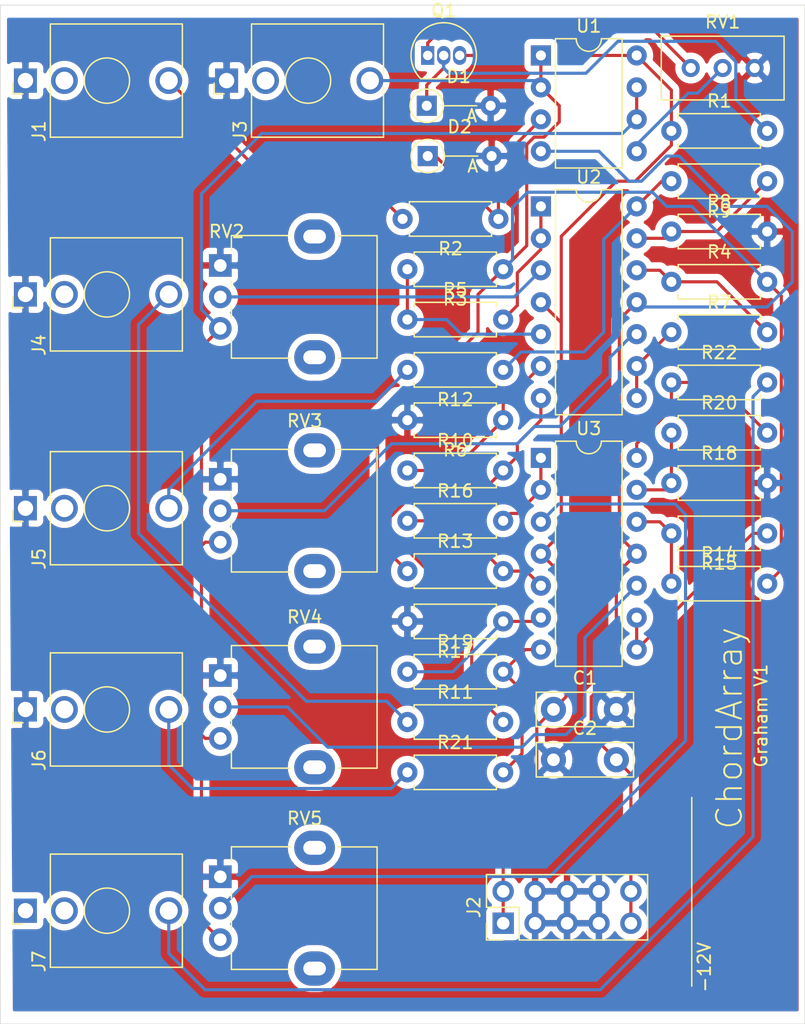
<source format=kicad_pcb>
(kicad_pcb (version 20171130) (host pcbnew 5.1.6-1.fc31)
  (layers (0 F.Cu signal) (31 B.Cu signal) (34 B.Paste user) (35 F.Paste user) (36 B.SilkS user) (37 F.SilkS user) (38 B.Mask user) (39 F.Mask user) (44 Edge.Cuts user))
  (net 0 "")
  (net 1 GND)
  (net 2 +12V)
  (net 3 -12V)
  (net 4 "Net-(D1-Pad1)")
  (net 5 "Net-(D2-Pad1)")
  (net 6 "Net-(J1-PadT)")
  (net 7 CV)
  (net 8 "Net-(J4-PadT)")
  (net 9 "Net-(J5-PadT)")
  (net 10 "Net-(J6-PadT)")
  (net 11 "Net-(J7-PadT)")
  (net 12 "Net-(J7-PadS)")
  (net 13 "Net-(Q1-Pad1)")
  (net 14 "Net-(R3-Pad2)")
  (net 15 "Net-(R4-Pad1)")
  (net 16 "Net-(R5-Pad2)")
  (net 17 "Net-(R10-Pad1)")
  (net 18 "Net-(R7-Pad1)")
  (net 19 "Net-(R8-Pad1)")
  (net 20 "Net-(R12-Pad1)")
  (net 21 "Net-(R10-Pad2)")
  (net 22 "Net-(R13-Pad2)")
  (net 23 "Net-(R14-Pad1)")
  (net 24 "Net-(R15-Pad1)")
  (net 25 "Net-(R16-Pad2)")
  (net 26 "Net-(R17-Pad1)")
  (net 27 "Net-(R18-Pad1)")
  (net 28 "Net-(R19-Pad2)")
  (net 29 "Net-(R20-Pad2)")
  (net 30 "Net-(RV1-Pad2)")
  (net 31 "Net-(RV2-Pad2)")
  (net 32 "Net-(RV3-Pad2)")
  (net 33 "Net-(RV4-Pad2)")
  (net 34 "Net-(RV5-Pad2)")
  (net 35 1V)
  (module Connector_PinHeader_2.54mm:PinHeader_2x05_P2.54mm_Vertical (layer F.Cu) (at 110 105 90)
    (fp_text reference J2 (at 1.27 -2.33 90) (layer F.SilkS))
    (fp_text value Conn_02x05_Odd_Even)
    (pad 10 thru_hole oval (at 2.54 10.16 90) (size 1.7 1.7) (drill 1) (layers *.Cu *.Mask) (net 3 -12V))
    (pad 9 thru_hole oval (at 0 10.16 90) (size 1.7 1.7) (drill 1) (layers *.Cu *.Mask) (net 3 -12V))
    (pad 8 thru_hole oval (at 2.54 7.62 90) (size 1.7 1.7) (drill 1) (layers *.Cu *.Mask) (net 1 GND))
    (pad 7 thru_hole oval (at 0 7.62 90) (size 1.7 1.7) (drill 1) (layers *.Cu *.Mask) (net 1 GND))
    (pad 6 thru_hole oval (at 2.54 5.08 90) (size 1.7 1.7) (drill 1) (layers *.Cu *.Mask) (net 1 GND))
    (pad 5 thru_hole oval (at 0 5.08 90) (size 1.7 1.7) (drill 1) (layers *.Cu *.Mask) (net 1 GND))
    (pad 4 thru_hole oval (at 2.54 2.54 90) (size 1.7 1.7) (drill 1) (layers *.Cu *.Mask) (net 1 GND))
    (pad 3 thru_hole oval (at 0 2.54 90) (size 1.7 1.7) (drill 1) (layers *.Cu *.Mask) (net 1 GND))
    (pad 2 thru_hole oval (at 2.54 0 90) (size 1.7 1.7) (drill 1) (layers *.Cu *.Mask) (net 2 +12V))
    (pad 1 thru_hole rect (at 0 0 90) (size 1.7 1.7) (drill 1) (layers *.Cu *.Mask) (net 2 +12V))
  )
  (module Capacitor_THT:C_Disc_D7.5mm_W2.5mm_P5.00mm (layer F.Cu) (at 114 92)
    (fp_text reference C2 (at 2.5 -2.5) (layer F.SilkS))
    (fp_text value 100n)
    (pad 2 thru_hole circle (at 5 0) (size 2 2) (drill 1) (layers *.Cu *.Mask) (net 3 -12V))
    (pad 1 thru_hole circle (at 0 0) (size 2 2) (drill 1) (layers *.Cu *.Mask) (net 1 GND))
  )
  (module Capacitor_THT:C_Disc_D7.5mm_W2.5mm_P5.00mm (layer F.Cu) (at 114 88)
    (fp_text reference C1 (at 2.5 -2.5) (layer F.SilkS))
    (fp_text value 100n)
    (pad 2 thru_hole circle (at 5 0) (size 2 2) (drill 1) (layers *.Cu *.Mask) (net 1 GND))
    (pad 1 thru_hole circle (at 0 0) (size 2 2) (drill 1) (layers *.Cu *.Mask) (net 2 +12V))
  )
  (module Potentiometer_THT:Potentiometer_Alpha_RD901F-40-00D_Single_Vertical (layer F.Cu) (at 87.5 101.3)
    (fp_text reference RV5 (at 6.71 -4.64 180) (layer F.SilkS))
    (fp_text value 100K)
    (pad "" thru_hole oval (at 7.5 -2.3 90) (size 2.72 3.24) (drill oval 1.1 1.8) (layers *.Cu *.Mask))
    (pad "" thru_hole oval (at 7.5 7.3 90) (size 2.72 3.24) (drill oval 1.1 1.8) (layers *.Cu *.Mask))
    (pad 3 thru_hole circle (at 0 5 90) (size 1.8 1.8) (drill 1) (layers *.Cu *.Mask) (net 35 1V))
    (pad 2 thru_hole circle (at 0 2.5 90) (size 1.8 1.8) (drill 1) (layers *.Cu *.Mask) (net 34 "Net-(RV5-Pad2)"))
    (pad 1 thru_hole rect (at 0 0 90) (size 1.8 1.8) (drill 1) (layers *.Cu *.Mask) (net 1 GND))
  )
  (module Potentiometer_THT:Potentiometer_Alpha_RD901F-40-00D_Single_Vertical (layer F.Cu) (at 87.5 85.3)
    (fp_text reference RV4 (at 6.71 -4.64 180) (layer F.SilkS))
    (fp_text value 100K)
    (pad "" thru_hole oval (at 7.5 -2.3 90) (size 2.72 3.24) (drill oval 1.1 1.8) (layers *.Cu *.Mask))
    (pad "" thru_hole oval (at 7.5 7.3 90) (size 2.72 3.24) (drill oval 1.1 1.8) (layers *.Cu *.Mask))
    (pad 3 thru_hole circle (at 0 5 90) (size 1.8 1.8) (drill 1) (layers *.Cu *.Mask) (net 35 1V))
    (pad 2 thru_hole circle (at 0 2.5 90) (size 1.8 1.8) (drill 1) (layers *.Cu *.Mask) (net 33 "Net-(RV4-Pad2)"))
    (pad 1 thru_hole rect (at 0 0 90) (size 1.8 1.8) (drill 1) (layers *.Cu *.Mask) (net 1 GND))
  )
  (module Potentiometer_THT:Potentiometer_Alpha_RD901F-40-00D_Single_Vertical (layer F.Cu) (at 87.5 69.7)
    (fp_text reference RV3 (at 6.71 -4.64 180) (layer F.SilkS))
    (fp_text value 100K)
    (pad "" thru_hole oval (at 7.5 -2.3 90) (size 2.72 3.24) (drill oval 1.1 1.8) (layers *.Cu *.Mask))
    (pad "" thru_hole oval (at 7.5 7.3 90) (size 2.72 3.24) (drill oval 1.1 1.8) (layers *.Cu *.Mask))
    (pad 3 thru_hole circle (at 0 5 90) (size 1.8 1.8) (drill 1) (layers *.Cu *.Mask) (net 35 1V))
    (pad 2 thru_hole circle (at 0 2.5 90) (size 1.8 1.8) (drill 1) (layers *.Cu *.Mask) (net 32 "Net-(RV3-Pad2)"))
    (pad 1 thru_hole rect (at 0 0 90) (size 1.8 1.8) (drill 1) (layers *.Cu *.Mask) (net 1 GND))
  )
  (module Potentiometer_THT:Potentiometer_Alpha_RD901F-40-00D_Single_Vertical (layer F.Cu) (at 87.5 52.7)
    (fp_text reference RV2 (at 0.5 -2.7 180) (layer F.SilkS))
    (fp_text value 100K)
    (pad "" thru_hole oval (at 7.5 -2.3 90) (size 2.72 3.24) (drill oval 1.1 1.8) (layers *.Cu *.Mask))
    (pad "" thru_hole oval (at 7.5 7.3 90) (size 2.72 3.24) (drill oval 1.1 1.8) (layers *.Cu *.Mask))
    (pad 3 thru_hole circle (at 0 5 90) (size 1.8 1.8) (drill 1) (layers *.Cu *.Mask) (net 35 1V))
    (pad 2 thru_hole circle (at 0 2.5 90) (size 1.8 1.8) (drill 1) (layers *.Cu *.Mask) (net 31 "Net-(RV2-Pad2)"))
    (pad 1 thru_hole rect (at 0 0 90) (size 1.8 1.8) (drill 1) (layers *.Cu *.Mask) (net 1 GND))
  )
  (module Potentiometer_THT:Potentiometer_Bourns_3296W_Vertical (layer F.Cu) (at 130 37)
    (fp_text reference RV1 (at -2.54 -3.66) (layer F.SilkS))
    (fp_text value 100K)
    (pad 3 thru_hole circle (at -5.08 0) (size 1.44 1.44) (drill 0.8) (layers *.Cu *.Mask) (net 13 "Net-(Q1-Pad1)"))
    (pad 2 thru_hole circle (at -2.54 0) (size 1.44 1.44) (drill 0.8) (layers *.Cu *.Mask) (net 30 "Net-(RV1-Pad2)"))
    (pad 1 thru_hole circle (at 0 0) (size 1.44 1.44) (drill 0.8) (layers *.Cu *.Mask) (net 1 GND))
  )
  (module Package_DIP:DIP-14_W7.62mm (layer F.Cu) (at 113 68)
    (fp_text reference U3 (at 3.81 -2.33) (layer F.SilkS))
    (fp_text value TL074)
    (pad 14 thru_hole oval (at 7.62 0) (size 1.6 1.6) (drill 0.8) (layers *.Cu *.Mask) (net 29 "Net-(R20-Pad2)"))
    (pad 7 thru_hole oval (at 0 15.24) (size 1.6 1.6) (drill 0.8) (layers *.Cu *.Mask) (net 28 "Net-(R19-Pad2)"))
    (pad 13 thru_hole oval (at 7.62 2.54) (size 1.6 1.6) (drill 0.8) (layers *.Cu *.Mask) (net 27 "Net-(R18-Pad1)"))
    (pad 6 thru_hole oval (at 0 12.7) (size 1.6 1.6) (drill 0.8) (layers *.Cu *.Mask) (net 26 "Net-(R17-Pad1)"))
    (pad 12 thru_hole oval (at 7.62 5.08) (size 1.6 1.6) (drill 0.8) (layers *.Cu *.Mask) (net 23 "Net-(R14-Pad1)"))
    (pad 5 thru_hole oval (at 0 10.16) (size 1.6 1.6) (drill 0.8) (layers *.Cu *.Mask) (net 22 "Net-(R13-Pad2)"))
    (pad 11 thru_hole oval (at 7.62 7.62) (size 1.6 1.6) (drill 0.8) (layers *.Cu *.Mask) (net 3 -12V))
    (pad 4 thru_hole oval (at 0 7.62) (size 1.6 1.6) (drill 0.8) (layers *.Cu *.Mask) (net 2 +12V))
    (pad 10 thru_hole oval (at 7.62 10.16) (size 1.6 1.6) (drill 0.8) (layers *.Cu *.Mask) (net 33 "Net-(RV4-Pad2)"))
    (pad 3 thru_hole oval (at 0 5.08) (size 1.6 1.6) (drill 0.8) (layers *.Cu *.Mask) (net 34 "Net-(RV5-Pad2)"))
    (pad 9 thru_hole oval (at 7.62 12.7) (size 1.6 1.6) (drill 0.8) (layers *.Cu *.Mask) (net 24 "Net-(R15-Pad1)"))
    (pad 2 thru_hole oval (at 0 2.54) (size 1.6 1.6) (drill 0.8) (layers *.Cu *.Mask) (net 25 "Net-(R16-Pad2)"))
    (pad 8 thru_hole oval (at 7.62 15.24) (size 1.6 1.6) (drill 0.8) (layers *.Cu *.Mask) (net 24 "Net-(R15-Pad1)"))
    (pad 1 thru_hole rect (at 0 0) (size 1.6 1.6) (drill 0.8) (layers *.Cu *.Mask) (net 25 "Net-(R16-Pad2)"))
  )
  (module Package_DIP:DIP-14_W7.62mm (layer F.Cu) (at 113 48)
    (fp_text reference U2 (at 3.81 -2.33) (layer F.SilkS))
    (fp_text value TL074)
    (pad 14 thru_hole oval (at 7.62 0) (size 1.6 1.6) (drill 0.8) (layers *.Cu *.Mask) (net 20 "Net-(R12-Pad1)"))
    (pad 7 thru_hole oval (at 0 15.24) (size 1.6 1.6) (drill 0.8) (layers *.Cu *.Mask) (net 21 "Net-(R10-Pad2)"))
    (pad 13 thru_hole oval (at 7.62 2.54) (size 1.6 1.6) (drill 0.8) (layers *.Cu *.Mask) (net 19 "Net-(R8-Pad1)"))
    (pad 6 thru_hole oval (at 0 12.7) (size 1.6 1.6) (drill 0.8) (layers *.Cu *.Mask) (net 17 "Net-(R10-Pad1)"))
    (pad 12 thru_hole oval (at 7.62 5.08) (size 1.6 1.6) (drill 0.8) (layers *.Cu *.Mask) (net 15 "Net-(R4-Pad1)"))
    (pad 5 thru_hole oval (at 0 10.16) (size 1.6 1.6) (drill 0.8) (layers *.Cu *.Mask) (net 14 "Net-(R3-Pad2)"))
    (pad 11 thru_hole oval (at 7.62 7.62) (size 1.6 1.6) (drill 0.8) (layers *.Cu *.Mask) (net 3 -12V))
    (pad 4 thru_hole oval (at 0 7.62) (size 1.6 1.6) (drill 0.8) (layers *.Cu *.Mask) (net 2 +12V))
    (pad 10 thru_hole oval (at 7.62 10.16) (size 1.6 1.6) (drill 0.8) (layers *.Cu *.Mask) (net 32 "Net-(RV3-Pad2)"))
    (pad 3 thru_hole oval (at 0 5.08) (size 1.6 1.6) (drill 0.8) (layers *.Cu *.Mask) (net 31 "Net-(RV2-Pad2)"))
    (pad 9 thru_hole oval (at 7.62 12.7) (size 1.6 1.6) (drill 0.8) (layers *.Cu *.Mask) (net 18 "Net-(R7-Pad1)"))
    (pad 2 thru_hole oval (at 0 2.54) (size 1.6 1.6) (drill 0.8) (layers *.Cu *.Mask) (net 16 "Net-(R5-Pad2)"))
    (pad 8 thru_hole oval (at 7.62 15.24) (size 1.6 1.6) (drill 0.8) (layers *.Cu *.Mask) (net 18 "Net-(R7-Pad1)"))
    (pad 1 thru_hole rect (at 0 0) (size 1.6 1.6) (drill 0.8) (layers *.Cu *.Mask) (net 16 "Net-(R5-Pad2)"))
  )
  (module Package_DIP:DIP-8_W7.62mm (layer F.Cu) (at 113 36)
    (fp_text reference U1 (at 3.81 -2.33) (layer F.SilkS))
    (fp_text value TL072)
    (pad 8 thru_hole oval (at 7.62 0) (size 1.6 1.6) (drill 0.8) (layers *.Cu *.Mask) (net 2 +12V))
    (pad 4 thru_hole oval (at 0 7.62) (size 1.6 1.6) (drill 0.8) (layers *.Cu *.Mask) (net 3 -12V))
    (pad 7 thru_hole oval (at 7.62 2.54) (size 1.6 1.6) (drill 0.8) (layers *.Cu *.Mask) (net 35 1V))
    (pad 3 thru_hole oval (at 0 5.08) (size 1.6 1.6) (drill 0.8) (layers *.Cu *.Mask) (net 5 "Net-(D2-Pad1)"))
    (pad 6 thru_hole oval (at 7.62 5.08) (size 1.6 1.6) (drill 0.8) (layers *.Cu *.Mask) (net 35 1V))
    (pad 2 thru_hole oval (at 0 2.54) (size 1.6 1.6) (drill 0.8) (layers *.Cu *.Mask) (net 7 CV))
    (pad 5 thru_hole oval (at 7.62 7.62) (size 1.6 1.6) (drill 0.8) (layers *.Cu *.Mask) (net 30 "Net-(RV1-Pad2)"))
    (pad 1 thru_hole rect (at 0 0) (size 1.6 1.6) (drill 0.8) (layers *.Cu *.Mask) (net 7 CV))
  )
  (module Resistor_THT:R_Axial_DIN0207_L6.3mm_D2.5mm_P7.62mm_Horizontal (layer F.Cu) (at 123.38 62)
    (fp_text reference R22 (at 3.81 -2.37) (layer F.SilkS))
    (fp_text value 1K)
    (pad 2 thru_hole oval (at 7.62 0) (size 1.6 1.6) (drill 0.8) (layers *.Cu *.Mask) (net 11 "Net-(J7-PadT)"))
    (pad 1 thru_hole circle (at 0 0) (size 1.6 1.6) (drill 0.8) (layers *.Cu *.Mask) (net 29 "Net-(R20-Pad2)"))
  )
  (module Resistor_THT:R_Axial_DIN0207_L6.3mm_D2.5mm_P7.62mm_Horizontal (layer F.Cu) (at 102.38 93)
    (fp_text reference R21 (at 3.81 -2.37) (layer F.SilkS))
    (fp_text value 1K)
    (pad 2 thru_hole oval (at 7.62 0) (size 1.6 1.6) (drill 0.8) (layers *.Cu *.Mask) (net 28 "Net-(R19-Pad2)"))
    (pad 1 thru_hole circle (at 0 0) (size 1.6 1.6) (drill 0.8) (layers *.Cu *.Mask) (net 10 "Net-(J6-PadT)"))
  )
  (module Resistor_THT:R_Axial_DIN0207_L6.3mm_D2.5mm_P7.62mm_Horizontal (layer F.Cu) (at 123.38 66)
    (fp_text reference R20 (at 3.81 -2.37) (layer F.SilkS))
    (fp_text value 100K)
    (pad 2 thru_hole oval (at 7.62 0) (size 1.6 1.6) (drill 0.8) (layers *.Cu *.Mask) (net 29 "Net-(R20-Pad2)"))
    (pad 1 thru_hole circle (at 0 0) (size 1.6 1.6) (drill 0.8) (layers *.Cu *.Mask) (net 27 "Net-(R18-Pad1)"))
  )
  (module Resistor_THT:R_Axial_DIN0207_L6.3mm_D2.5mm_P7.62mm_Horizontal (layer F.Cu) (at 102.38 85)
    (fp_text reference R19 (at 3.81 -2.37) (layer F.SilkS))
    (fp_text value 100K)
    (pad 2 thru_hole oval (at 7.62 0) (size 1.6 1.6) (drill 0.8) (layers *.Cu *.Mask) (net 28 "Net-(R19-Pad2)"))
    (pad 1 thru_hole circle (at 0 0) (size 1.6 1.6) (drill 0.8) (layers *.Cu *.Mask) (net 26 "Net-(R17-Pad1)"))
  )
  (module Resistor_THT:R_Axial_DIN0207_L6.3mm_D2.5mm_P7.62mm_Horizontal (layer F.Cu) (at 123.38 70)
    (fp_text reference R18 (at 3.81 -2.37) (layer F.SilkS))
    (fp_text value 100K)
    (pad 2 thru_hole oval (at 7.62 0) (size 1.6 1.6) (drill 0.8) (layers *.Cu *.Mask) (net 1 GND))
    (pad 1 thru_hole circle (at 0 0) (size 1.6 1.6) (drill 0.8) (layers *.Cu *.Mask) (net 27 "Net-(R18-Pad1)"))
  )
  (module Resistor_THT:R_Axial_DIN0207_L6.3mm_D2.5mm_P7.62mm_Horizontal (layer F.Cu) (at 110 81 180)
    (fp_text reference R17 (at 3.81 -2.37) (layer F.SilkS))
    (fp_text value 100K)
    (pad 2 thru_hole oval (at 7.62 0 180) (size 1.6 1.6) (drill 0.8) (layers *.Cu *.Mask) (net 1 GND))
    (pad 1 thru_hole circle (at 0 0 180) (size 1.6 1.6) (drill 0.8) (layers *.Cu *.Mask) (net 26 "Net-(R17-Pad1)"))
  )
  (module Resistor_THT:R_Axial_DIN0207_L6.3mm_D2.5mm_P7.62mm_Horizontal (layer F.Cu) (at 102.38 73)
    (fp_text reference R16 (at 3.81 -2.37) (layer F.SilkS))
    (fp_text value 100K)
    (pad 2 thru_hole oval (at 7.62 0) (size 1.6 1.6) (drill 0.8) (layers *.Cu *.Mask) (net 25 "Net-(R16-Pad2)"))
    (pad 1 thru_hole circle (at 0 0) (size 1.6 1.6) (drill 0.8) (layers *.Cu *.Mask) (net 22 "Net-(R13-Pad2)"))
  )
  (module Resistor_THT:R_Axial_DIN0207_L6.3mm_D2.5mm_P7.62mm_Horizontal (layer F.Cu) (at 131 74 180)
    (fp_text reference R15 (at 3.81 -2.37) (layer F.SilkS))
    (fp_text value 100K)
    (pad 2 thru_hole oval (at 7.62 0 180) (size 1.6 1.6) (drill 0.8) (layers *.Cu *.Mask) (net 23 "Net-(R14-Pad1)"))
    (pad 1 thru_hole circle (at 0 0 180) (size 1.6 1.6) (drill 0.8) (layers *.Cu *.Mask) (net 24 "Net-(R15-Pad1)"))
  )
  (module Resistor_THT:R_Axial_DIN0207_L6.3mm_D2.5mm_P7.62mm_Horizontal (layer F.Cu) (at 123.38 78)
    (fp_text reference R14 (at 3.81 -2.37) (layer F.SilkS))
    (fp_text value 100K)
    (pad 2 thru_hole oval (at 7.62 0) (size 1.6 1.6) (drill 0.8) (layers *.Cu *.Mask) (net 7 CV))
    (pad 1 thru_hole circle (at 0 0) (size 1.6 1.6) (drill 0.8) (layers *.Cu *.Mask) (net 23 "Net-(R14-Pad1)"))
  )
  (module Resistor_THT:R_Axial_DIN0207_L6.3mm_D2.5mm_P7.62mm_Horizontal (layer F.Cu) (at 102.38 77)
    (fp_text reference R13 (at 3.81 -2.37) (layer F.SilkS))
    (fp_text value 100K)
    (pad 2 thru_hole oval (at 7.62 0) (size 1.6 1.6) (drill 0.8) (layers *.Cu *.Mask) (net 22 "Net-(R13-Pad2)"))
    (pad 1 thru_hole circle (at 0 0) (size 1.6 1.6) (drill 0.8) (layers *.Cu *.Mask) (net 7 CV))
  )
  (module Resistor_THT:R_Axial_DIN0207_L6.3mm_D2.5mm_P7.62mm_Horizontal (layer F.Cu) (at 110 61 180)
    (fp_text reference R12 (at 3.81 -2.37) (layer F.SilkS))
    (fp_text value 1K)
    (pad 2 thru_hole oval (at 7.62 0 180) (size 1.6 1.6) (drill 0.8) (layers *.Cu *.Mask) (net 9 "Net-(J5-PadT)"))
    (pad 1 thru_hole circle (at 0 0 180) (size 1.6 1.6) (drill 0.8) (layers *.Cu *.Mask) (net 20 "Net-(R12-Pad1)"))
  )
  (module Resistor_THT:R_Axial_DIN0207_L6.3mm_D2.5mm_P7.62mm_Horizontal (layer F.Cu) (at 102.38 89)
    (fp_text reference R11 (at 3.81 -2.37) (layer F.SilkS))
    (fp_text value 1K)
    (pad 2 thru_hole oval (at 7.62 0) (size 1.6 1.6) (drill 0.8) (layers *.Cu *.Mask) (net 21 "Net-(R10-Pad2)"))
    (pad 1 thru_hole circle (at 0 0) (size 1.6 1.6) (drill 0.8) (layers *.Cu *.Mask) (net 8 "Net-(J4-PadT)"))
  )
  (module Resistor_THT:R_Axial_DIN0207_L6.3mm_D2.5mm_P7.62mm_Horizontal (layer F.Cu) (at 102.38 69)
    (fp_text reference R10 (at 3.81 -2.37) (layer F.SilkS))
    (fp_text value 100K)
    (pad 2 thru_hole oval (at 7.62 0) (size 1.6 1.6) (drill 0.8) (layers *.Cu *.Mask) (net 21 "Net-(R10-Pad2)"))
    (pad 1 thru_hole circle (at 0 0) (size 1.6 1.6) (drill 0.8) (layers *.Cu *.Mask) (net 17 "Net-(R10-Pad1)"))
  )
  (module Resistor_THT:R_Axial_DIN0207_L6.3mm_D2.5mm_P7.62mm_Horizontal (layer F.Cu) (at 131 46 180)
    (fp_text reference R9 (at 3.81 -2.37) (layer F.SilkS))
    (fp_text value 100K)
    (pad 2 thru_hole oval (at 7.62 0 180) (size 1.6 1.6) (drill 0.8) (layers *.Cu *.Mask) (net 20 "Net-(R12-Pad1)"))
    (pad 1 thru_hole circle (at 0 0 180) (size 1.6 1.6) (drill 0.8) (layers *.Cu *.Mask) (net 19 "Net-(R8-Pad1)"))
  )
  (module Resistor_THT:R_Axial_DIN0207_L6.3mm_D2.5mm_P7.62mm_Horizontal (layer F.Cu) (at 123.38 50)
    (fp_text reference R8 (at 3.81 -2.37) (layer F.SilkS))
    (fp_text value 100K)
    (pad 2 thru_hole oval (at 7.62 0) (size 1.6 1.6) (drill 0.8) (layers *.Cu *.Mask) (net 1 GND))
    (pad 1 thru_hole circle (at 0 0) (size 1.6 1.6) (drill 0.8) (layers *.Cu *.Mask) (net 19 "Net-(R8-Pad1)"))
  )
  (module Resistor_THT:R_Axial_DIN0207_L6.3mm_D2.5mm_P7.62mm_Horizontal (layer F.Cu) (at 123.38 58)
    (fp_text reference R7 (at 3.81 -2.37) (layer F.SilkS))
    (fp_text value 100K)
    (pad 2 thru_hole oval (at 7.62 0) (size 1.6 1.6) (drill 0.8) (layers *.Cu *.Mask) (net 15 "Net-(R4-Pad1)"))
    (pad 1 thru_hole circle (at 0 0) (size 1.6 1.6) (drill 0.8) (layers *.Cu *.Mask) (net 18 "Net-(R7-Pad1)"))
  )
  (module Resistor_THT:R_Axial_DIN0207_L6.3mm_D2.5mm_P7.62mm_Horizontal (layer F.Cu) (at 110 65 180)
    (fp_text reference R6 (at 3.81 -2.37) (layer F.SilkS))
    (fp_text value 100K)
    (pad 2 thru_hole oval (at 7.62 0 180) (size 1.6 1.6) (drill 0.8) (layers *.Cu *.Mask) (net 1 GND))
    (pad 1 thru_hole circle (at 0 0 180) (size 1.6 1.6) (drill 0.8) (layers *.Cu *.Mask) (net 17 "Net-(R10-Pad1)"))
  )
  (module Resistor_THT:R_Axial_DIN0207_L6.3mm_D2.5mm_P7.62mm_Horizontal (layer F.Cu) (at 102.38 57)
    (fp_text reference R5 (at 3.81 -2.37) (layer F.SilkS))
    (fp_text value 100K)
    (pad 2 thru_hole oval (at 7.62 0) (size 1.6 1.6) (drill 0.8) (layers *.Cu *.Mask) (net 16 "Net-(R5-Pad2)"))
    (pad 1 thru_hole circle (at 0 0) (size 1.6 1.6) (drill 0.8) (layers *.Cu *.Mask) (net 14 "Net-(R3-Pad2)"))
  )
  (module Resistor_THT:R_Axial_DIN0207_L6.3mm_D2.5mm_P7.62mm_Horizontal (layer F.Cu) (at 123.38 54)
    (fp_text reference R4 (at 3.81 -2.37) (layer F.SilkS))
    (fp_text value 100K)
    (pad 2 thru_hole oval (at 7.62 0) (size 1.6 1.6) (drill 0.8) (layers *.Cu *.Mask) (net 7 CV))
    (pad 1 thru_hole circle (at 0 0) (size 1.6 1.6) (drill 0.8) (layers *.Cu *.Mask) (net 15 "Net-(R4-Pad1)"))
  )
  (module Resistor_THT:R_Axial_DIN0207_L6.3mm_D2.5mm_P7.62mm_Horizontal (layer F.Cu) (at 110 53 180)
    (fp_text reference R3 (at 3.81 -2.37) (layer F.SilkS))
    (fp_text value 100K)
    (pad 2 thru_hole oval (at 7.62 0 180) (size 1.6 1.6) (drill 0.8) (layers *.Cu *.Mask) (net 14 "Net-(R3-Pad2)"))
    (pad 1 thru_hole circle (at 0 0 180) (size 1.6 1.6) (drill 0.8) (layers *.Cu *.Mask) (net 7 CV))
  )
  (module Resistor_THT:R_Axial_DIN0207_L6.3mm_D2.5mm_P7.62mm_Horizontal (layer F.Cu) (at 109.62 49 180)
    (fp_text reference R2 (at 3.81 -2.37) (layer F.SilkS))
    (fp_text value 10K)
    (pad 2 thru_hole oval (at 7.62 0 180) (size 1.6 1.6) (drill 0.8) (layers *.Cu *.Mask) (net 6 "Net-(J1-PadT)"))
    (pad 1 thru_hole circle (at 0 0 180) (size 1.6 1.6) (drill 0.8) (layers *.Cu *.Mask) (net 5 "Net-(D2-Pad1)"))
  )
  (module Resistor_THT:R_Axial_DIN0207_L6.3mm_D2.5mm_P7.62mm_Horizontal (layer F.Cu) (at 123.38 42)
    (fp_text reference R1 (at 3.81 -2.37) (layer F.SilkS))
    (fp_text value 10K)
    (pad 2 thru_hole oval (at 7.62 0) (size 1.6 1.6) (drill 0.8) (layers *.Cu *.Mask) (net 4 "Net-(D1-Pad1)"))
    (pad 1 thru_hole circle (at 0 0) (size 1.6 1.6) (drill 0.8) (layers *.Cu *.Mask) (net 2 +12V))
  )
  (module Package_TO_SOT_THT:TO-92_Inline (layer F.Cu) (at 104 36)
    (fp_text reference Q1 (at 1.27 -3.56) (layer F.SilkS))
    (fp_text value 2N3904)
    (pad 1 thru_hole rect (at 0 0) (size 1.05 1.5) (drill 0.75) (layers *.Cu *.Mask) (net 13 "Net-(Q1-Pad1)"))
    (pad 3 thru_hole oval (at 2.54 0) (size 1.05 1.5) (drill 0.75) (layers *.Cu *.Mask) (net 2 +12V))
    (pad 2 thru_hole oval (at 1.27 0) (size 1.05 1.5) (drill 0.75) (layers *.Cu *.Mask) (net 4 "Net-(D1-Pad1)"))
  )
  (module Connector_Audio:Jack_3.5mm_QingPu_WQP-PJ398SM_Vertical_CircularHoles (layer F.Cu) (at 72 104 90)
    (fp_text reference J7 (at -4.03 1.08 270) (layer F.SilkS))
    (fp_text value OFFSET4)
    (pad T thru_hole circle (at 0 11.4 270) (size 2.13 2.13) (drill 1.43) (layers *.Cu *.Mask) (net 11 "Net-(J7-PadT)"))
    (pad S thru_hole rect (at 0 0 270) (size 1.93 1.83) (drill 1.22) (layers *.Cu *.Mask) (net 12 "Net-(J7-PadS)"))
    (pad TN thru_hole circle (at 0 3.1 270) (size 2.13 2.13) (drill 1.42) (layers *.Cu *.Mask))
  )
  (module Connector_Audio:Jack_3.5mm_QingPu_WQP-PJ398SM_Vertical_CircularHoles (layer F.Cu) (at 72 88 90)
    (fp_text reference J6 (at -4.03 1.08 270) (layer F.SilkS))
    (fp_text value OFFSET3)
    (pad T thru_hole circle (at 0 11.4 270) (size 2.13 2.13) (drill 1.43) (layers *.Cu *.Mask) (net 10 "Net-(J6-PadT)"))
    (pad S thru_hole rect (at 0 0 270) (size 1.93 1.83) (drill 1.22) (layers *.Cu *.Mask) (net 1 GND))
    (pad TN thru_hole circle (at 0 3.1 270) (size 2.13 2.13) (drill 1.42) (layers *.Cu *.Mask))
  )
  (module Connector_Audio:Jack_3.5mm_QingPu_WQP-PJ398SM_Vertical_CircularHoles (layer F.Cu) (at 72 72 90)
    (fp_text reference J5 (at -4.03 1.08 270) (layer F.SilkS))
    (fp_text value OFFSET2)
    (pad T thru_hole circle (at 0 11.4 270) (size 2.13 2.13) (drill 1.43) (layers *.Cu *.Mask) (net 9 "Net-(J5-PadT)"))
    (pad S thru_hole rect (at 0 0 270) (size 1.93 1.83) (drill 1.22) (layers *.Cu *.Mask) (net 1 GND))
    (pad TN thru_hole circle (at 0 3.1 270) (size 2.13 2.13) (drill 1.42) (layers *.Cu *.Mask))
  )
  (module Connector_Audio:Jack_3.5mm_QingPu_WQP-PJ398SM_Vertical_CircularHoles (layer F.Cu) (at 72 55 90)
    (fp_text reference J4 (at -4.03 1.08 270) (layer F.SilkS))
    (fp_text value OFFSET1)
    (pad T thru_hole circle (at 0 11.4 270) (size 2.13 2.13) (drill 1.43) (layers *.Cu *.Mask) (net 8 "Net-(J4-PadT)"))
    (pad S thru_hole rect (at 0 0 270) (size 1.93 1.83) (drill 1.22) (layers *.Cu *.Mask) (net 1 GND))
    (pad TN thru_hole circle (at 0 3.1 270) (size 2.13 2.13) (drill 1.42) (layers *.Cu *.Mask))
  )
  (module Connector_Audio:Jack_3.5mm_QingPu_WQP-PJ398SM_Vertical_CircularHoles (layer F.Cu) (at 88 38 90)
    (fp_text reference J3 (at -4.03 1.08 270) (layer F.SilkS))
    (fp_text value BUFFERED_OUT)
    (pad T thru_hole circle (at 0 11.4 270) (size 2.13 2.13) (drill 1.43) (layers *.Cu *.Mask) (net 7 CV))
    (pad S thru_hole rect (at 0 0 270) (size 1.93 1.83) (drill 1.22) (layers *.Cu *.Mask) (net 1 GND))
    (pad TN thru_hole circle (at 0 3.1 270) (size 2.13 2.13) (drill 1.42) (layers *.Cu *.Mask))
  )
  (module Connector_Audio:Jack_3.5mm_QingPu_WQP-PJ398SM_Vertical_CircularHoles (layer F.Cu) (at 72 38 90)
    (fp_text reference J1 (at -4.03 1.08 270) (layer F.SilkS))
    (fp_text value CV_IN)
    (pad T thru_hole circle (at 0 11.4 270) (size 2.13 2.13) (drill 1.43) (layers *.Cu *.Mask) (net 6 "Net-(J1-PadT)"))
    (pad S thru_hole rect (at 0 0 270) (size 1.93 1.83) (drill 1.22) (layers *.Cu *.Mask) (net 1 GND))
    (pad TN thru_hole circle (at 0 3.1 270) (size 2.13 2.13) (drill 1.42) (layers *.Cu *.Mask))
  )
  (module Diode_THT:D_DO-35_SOD27_P5.08mm_Vertical_AnodeUp (layer F.Cu) (at 104 44)
    (fp_text reference D2 (at 2.54 -2.326371) (layer F.SilkS))
    (fp_text value 1n5233B)
    (fp_text user A (at 3.58 0.8) (layer F.SilkS))
    (pad 2 thru_hole oval (at 5.08 0) (size 1.6 1.6) (drill 0.8) (layers *.Cu *.Mask) (net 1 GND))
    (pad 1 thru_hole rect (at 0 0) (size 1.6 1.6) (drill 0.8) (layers *.Cu *.Mask) (net 5 "Net-(D2-Pad1)"))
  )
  (module Diode_THT:D_DO-35_SOD27_P5.08mm_Vertical_AnodeUp (layer F.Cu) (at 103.92 40)
    (fp_text reference D1 (at 2.54 -2.326371) (layer F.SilkS))
    (fp_text value 1n5226B)
    (fp_text user A (at 3.58 0.8) (layer F.SilkS))
    (pad 2 thru_hole oval (at 5.08 0) (size 1.6 1.6) (drill 0.8) (layers *.Cu *.Mask) (net 1 GND))
    (pad 1 thru_hole rect (at 0 0) (size 1.6 1.6) (drill 0.8) (layers *.Cu *.Mask) (net 4 "Net-(D1-Pad1)"))
  )
  (gr_text "Graham V1" (at 130.5 88.5 90) (layer F.SilkS) (effects (font (size 1 1))))
  (gr_text ChordArray (at 128 89.5 90) (layer F.SilkS) (effects (font (size 2 2))))
  (gr_text -12V (at 126 108.5 90) (layer F.SilkS) (effects (font (size 1 1))))
  (gr_line (start 125 95) (end 125 110) (layer F.SilkS) (width 0.12))
  (gr_line (start 70 32) (end 134 32) (layer Edge.Cuts) (width 0.05))
  (gr_line (start 70 113) (end 134 113) (layer Edge.Cuts) (width 0.05))
  (gr_line (start 134 113) (end 134 32) (layer Edge.Cuts) (width 0.05))
  (gr_line (start 70 32) (end 70 113) (layer Edge.Cuts) (width 0.05))
  (segment (start 106.54 36) (end 110 36) (width 0.25) (layer F.Cu) (net 2))
  (segment (start 110 36) (end 111.54999 34.45001) (width 0.25) (layer F.Cu) (net 2))
  (segment (start 111.54999 34.45001) (end 114.45001 34.45001) (width 0.25) (layer F.Cu) (net 2))
  (segment (start 116 36) (end 120.62 36) (width 0.25) (layer F.Cu) (net 2))
  (segment (start 114.45001 34.45001) (end 116 36) (width 0.25) (layer F.Cu) (net 2))
  (segment (start 123.38 38.76) (end 123.38 42) (width 0.25) (layer F.Cu) (net 2))
  (segment (start 120.62 36) (end 123.38 38.76) (width 0.25) (layer F.Cu) (net 2))
  (segment (start 110 105) (end 110 102.46) (width 0.25) (layer F.Cu) (net 2))
  (segment (start 110 102.46) (end 110 96) (width 0.25) (layer F.Cu) (net 2))
  (segment (start 112.674999 89.325001) (end 114 88) (width 0.25) (layer F.Cu) (net 2))
  (segment (start 112.674999 93.325001) (end 112.674999 89.325001) (width 0.25) (layer F.Cu) (net 2))
  (segment (start 110 96) (end 112.674999 93.325001) (width 0.25) (layer F.Cu) (net 2))
  (segment (start 115 77.62) (end 113 75.62) (width 0.25) (layer F.Cu) (net 2))
  (segment (start 114 88) (end 115 87) (width 0.25) (layer F.Cu) (net 2))
  (segment (start 115 87) (end 115 77.62) (width 0.25) (layer F.Cu) (net 2))
  (segment (start 113 75.62) (end 114.62 74) (width 0.25) (layer F.Cu) (net 2))
  (segment (start 114.62 57.24) (end 113 55.62) (width 0.25) (layer F.Cu) (net 2))
  (segment (start 114.62 57.38) (end 114.62 50.38) (width 0.25) (layer F.Cu) (net 2))
  (segment (start 114.62 57.38) (end 114.62 57.24) (width 0.25) (layer F.Cu) (net 2))
  (segment (start 114.62 74) (end 114.62 57.38) (width 0.25) (layer F.Cu) (net 2))
  (segment (start 123.38 43.13137) (end 123.38 42) (width 0.25) (layer F.Cu) (net 2))
  (segment (start 120.51137 46) (end 123.38 43.13137) (width 0.25) (layer F.Cu) (net 2))
  (segment (start 119 46) (end 120.51137 46) (width 0.25) (layer F.Cu) (net 2))
  (segment (start 114.62 50.38) (end 119 46) (width 0.25) (layer F.Cu) (net 2))
  (segment (start 120.62 55.62) (end 119.24 57) (width 0.25) (layer F.Cu) (net 3))
  (segment (start 119.24 74.24) (end 120.62 75.62) (width 0.25) (layer F.Cu) (net 3))
  (segment (start 119.24 57) (end 119.24 74.24) (width 0.25) (layer F.Cu) (net 3))
  (segment (start 120.16 105) (end 120.16 102.46) (width 0.25) (layer F.Cu) (net 3))
  (segment (start 120.16 93.16) (end 119 92) (width 0.25) (layer F.Cu) (net 3))
  (segment (start 120.16 102.46) (end 120.16 93.16) (width 0.25) (layer F.Cu) (net 3))
  (segment (start 119 92) (end 117 90) (width 0.25) (layer F.Cu) (net 3))
  (segment (start 117 90) (end 117 87) (width 0.25) (layer F.Cu) (net 3))
  (segment (start 117 87) (end 119 85) (width 0.25) (layer F.Cu) (net 3))
  (segment (start 119 77.24) (end 120.62 75.62) (width 0.25) (layer F.Cu) (net 3))
  (segment (start 119 85) (end 119 77.24) (width 0.25) (layer F.Cu) (net 3))
  (segment (start 121 46) (end 123 44) (width 0.25) (layer B.Cu) (net 3))
  (segment (start 121 56) (end 120.62 55.62) (width 0.25) (layer B.Cu) (net 3))
  (segment (start 123 44) (end 124 44) (width 0.25) (layer B.Cu) (net 3))
  (segment (start 113 43.62) (end 117.62 43.62) (width 0.25) (layer B.Cu) (net 3))
  (segment (start 120 46) (end 121 46) (width 0.25) (layer B.Cu) (net 3))
  (segment (start 124 44) (end 128 48) (width 0.25) (layer B.Cu) (net 3))
  (segment (start 117.62 43.62) (end 120 46) (width 0.25) (layer B.Cu) (net 3))
  (segment (start 131 48) (end 133 50) (width 0.25) (layer B.Cu) (net 3))
  (segment (start 128 48) (end 131 48) (width 0.25) (layer B.Cu) (net 3))
  (segment (start 131 56) (end 121 56) (width 0.25) (layer B.Cu) (net 3))
  (segment (start 133 50) (end 133 54) (width 0.25) (layer B.Cu) (net 3))
  (segment (start 133 54) (end 131 56) (width 0.25) (layer B.Cu) (net 3))
  (segment (start 103.92 38.35) (end 103.92 40) (width 0.25) (layer F.Cu) (net 4))
  (segment (start 105.27 37) (end 103.92 38.35) (width 0.25) (layer F.Cu) (net 4))
  (segment (start 105.27 36) (end 105.27 37) (width 0.25) (layer F.Cu) (net 4))
  (segment (start 128.505001 39.505001) (end 131 42) (width 0.25) (layer B.Cu) (net 4))
  (segment (start 128.505001 36.498399) (end 128.505001 39.505001) (width 0.25) (layer B.Cu) (net 4))
  (segment (start 105.27 36) (end 105.27 37) (width 0.25) (layer B.Cu) (net 4))
  (segment (start 105.27 37) (end 105.684999 37.414999) (width 0.25) (layer B.Cu) (net 4))
  (segment (start 126.881601 34.874999) (end 128.505001 36.498399) (width 0.25) (layer B.Cu) (net 4))
  (segment (start 105.684999 37.414999) (end 116.585001 37.414999) (width 0.25) (layer B.Cu) (net 4))
  (segment (start 116.585001 37.414999) (end 119.125001 34.874999) (width 0.25) (layer B.Cu) (net 4))
  (segment (start 119.125001 34.874999) (end 126.881601 34.874999) (width 0.25) (layer B.Cu) (net 4))
  (segment (start 104.62 44) (end 109.62 49) (width 0.25) (layer F.Cu) (net 5))
  (segment (start 104 44) (end 104.62 44) (width 0.25) (layer F.Cu) (net 5))
  (segment (start 113 41.08) (end 111.08 43) (width 0.25) (layer F.Cu) (net 5))
  (segment (start 111.08 43) (end 111.08 44.92) (width 0.25) (layer F.Cu) (net 5))
  (segment (start 109.62 46.38) (end 109.62 49) (width 0.25) (layer F.Cu) (net 5))
  (segment (start 111.08 44.92) (end 109.62 46.38) (width 0.25) (layer F.Cu) (net 5))
  (segment (start 83.4 38) (end 90.4 45) (width 0.25) (layer F.Cu) (net 6))
  (segment (start 98 45) (end 102 49) (width 0.25) (layer F.Cu) (net 6))
  (segment (start 90.4 45) (end 98 45) (width 0.25) (layer F.Cu) (net 6))
  (segment (start 113 36) (end 113 38.54) (width 0.25) (layer F.Cu) (net 7))
  (segment (start 132.125001 76.874999) (end 132.125001 55.125001) (width 0.25) (layer F.Cu) (net 7))
  (segment (start 132.125001 55.125001) (end 131 54) (width 0.25) (layer F.Cu) (net 7))
  (segment (start 131 78) (end 132.125001 76.874999) (width 0.25) (layer F.Cu) (net 7))
  (segment (start 112.46 38) (end 113 38.54) (width 0.25) (layer B.Cu) (net 7))
  (segment (start 99.4 38) (end 112.46 38) (width 0.25) (layer B.Cu) (net 7))
  (segment (start 113 38.54) (end 114.46 40) (width 0.25) (layer F.Cu) (net 7))
  (segment (start 111.874999 43.079999) (end 111.874999 51.125001) (width 0.25) (layer F.Cu) (net 7))
  (segment (start 112.459999 42.494999) (end 111.874999 43.079999) (width 0.25) (layer F.Cu) (net 7))
  (segment (start 111.874999 51.125001) (end 110 53) (width 0.25) (layer F.Cu) (net 7))
  (segment (start 113.250003 42.494999) (end 112.459999 42.494999) (width 0.25) (layer F.Cu) (net 7))
  (segment (start 114.46 41.285002) (end 113.250003 42.494999) (width 0.25) (layer F.Cu) (net 7))
  (segment (start 114.46 40) (end 114.46 41.285002) (width 0.25) (layer F.Cu) (net 7))
  (segment (start 131 54) (end 125 48) (width 0.25) (layer B.Cu) (net 7))
  (segment (start 125 48) (end 123 48) (width 0.25) (layer B.Cu) (net 7))
  (segment (start 110.745001 52.254999) (end 110 53) (width 0.25) (layer B.Cu) (net 7))
  (segment (start 110.745001 48.069997) (end 110.745001 52.254999) (width 0.25) (layer B.Cu) (net 7))
  (segment (start 121.874999 46.874999) (end 111.939999 46.874999) (width 0.25) (layer B.Cu) (net 7))
  (segment (start 111.939999 46.874999) (end 110.745001 48.069997) (width 0.25) (layer B.Cu) (net 7))
  (segment (start 123 48) (end 121.874999 46.874999) (width 0.25) (layer B.Cu) (net 7))
  (segment (start 108 55) (end 110 53) (width 0.25) (layer F.Cu) (net 7))
  (segment (start 108 58) (end 108 55) (width 0.25) (layer F.Cu) (net 7))
  (segment (start 100 74.62) (end 100 64.5) (width 0.25) (layer F.Cu) (net 7))
  (segment (start 102.38 77) (end 100 74.62) (width 0.25) (layer F.Cu) (net 7))
  (segment (start 100 64.5) (end 101.5 63) (width 0.25) (layer F.Cu) (net 7))
  (segment (start 101.5 63) (end 103 63) (width 0.25) (layer F.Cu) (net 7))
  (segment (start 103 63) (end 108 58) (width 0.25) (layer F.Cu) (net 7))
  (segment (start 100.729991 87.349991) (end 94.349991 87.349991) (width 0.25) (layer B.Cu) (net 8))
  (segment (start 102.38 89) (end 100.729991 87.349991) (width 0.25) (layer B.Cu) (net 8))
  (segment (start 94.349991 87.349991) (end 81 74) (width 0.25) (layer B.Cu) (net 8))
  (segment (start 81 57.4) (end 83.4 55) (width 0.25) (layer B.Cu) (net 8))
  (segment (start 81 74) (end 81 57.4) (width 0.25) (layer B.Cu) (net 8))
  (segment (start 83.4 70.493863) (end 90.393863 63.5) (width 0.25) (layer B.Cu) (net 9))
  (segment (start 83.4 72) (end 83.4 70.493863) (width 0.25) (layer B.Cu) (net 9))
  (segment (start 99.88 63.5) (end 102.38 61) (width 0.25) (layer B.Cu) (net 9))
  (segment (start 90.393863 63.5) (end 99.88 63.5) (width 0.25) (layer B.Cu) (net 9))
  (segment (start 101.09499 94.28501) (end 85.28501 94.28501) (width 0.25) (layer B.Cu) (net 10))
  (segment (start 102.38 93) (end 101.09499 94.28501) (width 0.25) (layer B.Cu) (net 10))
  (segment (start 83.4 92.4) (end 83.4 88) (width 0.25) (layer B.Cu) (net 10))
  (segment (start 85.28501 94.28501) (end 83.4 92.4) (width 0.25) (layer B.Cu) (net 10))
  (segment (start 129.874999 63.125001) (end 129.874999 98.125001) (width 0.25) (layer B.Cu) (net 11))
  (segment (start 131 62) (end 129.874999 63.125001) (width 0.25) (layer B.Cu) (net 11))
  (segment (start 117.71499 110.28501) (end 86.28501 110.28501) (width 0.25) (layer B.Cu) (net 11))
  (segment (start 129.874999 98.125001) (end 117.71499 110.28501) (width 0.25) (layer B.Cu) (net 11))
  (segment (start 83.4 107.4) (end 83.4 104) (width 0.25) (layer B.Cu) (net 11))
  (segment (start 86.28501 110.28501) (end 83.4 107.4) (width 0.25) (layer B.Cu) (net 11))
  (segment (start 122.794999 34.874999) (end 122.794999 34.794999) (width 0.25) (layer F.Cu) (net 13))
  (segment (start 124.92 37) (end 122.794999 34.874999) (width 0.25) (layer F.Cu) (net 13))
  (segment (start 122.794999 34.794999) (end 122 34) (width 0.25) (layer F.Cu) (net 13))
  (segment (start 104 35) (end 104 36) (width 0.25) (layer F.Cu) (net 13))
  (segment (start 105 34) (end 104 35) (width 0.25) (layer F.Cu) (net 13))
  (segment (start 122 34) (end 105 34) (width 0.25) (layer F.Cu) (net 13))
  (segment (start 102.38 53) (end 102.38 57) (width 0.25) (layer F.Cu) (net 14))
  (segment (start 106.66 58.16) (end 113 58.16) (width 0.25) (layer B.Cu) (net 14))
  (segment (start 102.38 57) (end 105.5 57) (width 0.25) (layer B.Cu) (net 14))
  (segment (start 105.5 57) (end 106.66 58.16) (width 0.25) (layer B.Cu) (net 14))
  (segment (start 122.46 53.08) (end 123.38 54) (width 0.25) (layer F.Cu) (net 15))
  (segment (start 120.62 53.08) (end 122.46 53.08) (width 0.25) (layer F.Cu) (net 15))
  (segment (start 127 54) (end 131 58) (width 0.25) (layer F.Cu) (net 15))
  (segment (start 123.38 54) (end 127 54) (width 0.25) (layer F.Cu) (net 15))
  (segment (start 113 50.54) (end 113 48) (width 0.25) (layer F.Cu) (net 16))
  (segment (start 111.125001 55.874999) (end 110 57) (width 0.25) (layer F.Cu) (net 16))
  (segment (start 111.125001 53.289997) (end 111.125001 55.874999) (width 0.25) (layer F.Cu) (net 16))
  (segment (start 113 51.414998) (end 111.125001 53.289997) (width 0.25) (layer F.Cu) (net 16))
  (segment (start 113 50.54) (end 113 51.414998) (width 0.25) (layer F.Cu) (net 16))
  (segment (start 110 63.7) (end 110 65) (width 0.25) (layer F.Cu) (net 17))
  (segment (start 113 60.7) (end 110 63.7) (width 0.25) (layer F.Cu) (net 17))
  (segment (start 106 69) (end 110 65) (width 0.25) (layer F.Cu) (net 17))
  (segment (start 102.38 69) (end 106 69) (width 0.25) (layer F.Cu) (net 17))
  (segment (start 123.32 58) (end 123.38 58) (width 0.25) (layer F.Cu) (net 18))
  (segment (start 120.62 60.7) (end 123.32 58) (width 0.25) (layer F.Cu) (net 18))
  (segment (start 120.62 60.7) (end 120.62 63.24) (width 0.25) (layer F.Cu) (net 18))
  (segment (start 122.84 50.54) (end 123.38 50) (width 0.25) (layer F.Cu) (net 19))
  (segment (start 120.62 50.54) (end 122.84 50.54) (width 0.25) (layer F.Cu) (net 19))
  (segment (start 127 50) (end 131 46) (width 0.25) (layer F.Cu) (net 19))
  (segment (start 123.38 50) (end 127 50) (width 0.25) (layer F.Cu) (net 19))
  (segment (start 122.62 46) (end 123.38 46) (width 0.25) (layer F.Cu) (net 20))
  (segment (start 120.62 48) (end 122.62 46) (width 0.25) (layer F.Cu) (net 20))
  (segment (start 111.425001 59.574999) (end 116.425001 59.574999) (width 0.25) (layer B.Cu) (net 20))
  (segment (start 110 61) (end 111.425001 59.574999) (width 0.25) (layer B.Cu) (net 20))
  (segment (start 116.425001 59.574999) (end 118 58) (width 0.25) (layer B.Cu) (net 20))
  (segment (start 118 50.62) (end 120.62 48) (width 0.25) (layer B.Cu) (net 20))
  (segment (start 118 58) (end 118 50.62) (width 0.25) (layer B.Cu) (net 20))
  (segment (start 111.125001 67.874999) (end 111.125001 66.874999) (width 0.25) (layer F.Cu) (net 21))
  (segment (start 110 69) (end 111.125001 67.874999) (width 0.25) (layer F.Cu) (net 21))
  (segment (start 113 65) (end 113 63.24) (width 0.25) (layer F.Cu) (net 21))
  (segment (start 111.125001 66.874999) (end 113 65) (width 0.25) (layer F.Cu) (net 21))
  (segment (start 110 69) (end 108 71) (width 0.25) (layer F.Cu) (net 21))
  (segment (start 101 72.714998) (end 101 73.954998) (width 0.25) (layer F.Cu) (net 21))
  (segment (start 101 73.954998) (end 107.5 80.454998) (width 0.25) (layer F.Cu) (net 21))
  (segment (start 108 71) (end 102.714998 71) (width 0.25) (layer F.Cu) (net 21))
  (segment (start 102.714998 71) (end 101 72.714998) (width 0.25) (layer F.Cu) (net 21))
  (segment (start 107.5 86.5) (end 110 89) (width 0.25) (layer F.Cu) (net 21))
  (segment (start 107.5 80.454998) (end 107.5 86.5) (width 0.25) (layer F.Cu) (net 21))
  (segment (start 106 73) (end 110 77) (width 0.25) (layer F.Cu) (net 22))
  (segment (start 102.38 73) (end 106 73) (width 0.25) (layer F.Cu) (net 22))
  (segment (start 111.84 77) (end 113 78.16) (width 0.25) (layer F.Cu) (net 22))
  (segment (start 110 77) (end 111.84 77) (width 0.25) (layer F.Cu) (net 22))
  (segment (start 122.46 73.08) (end 123.38 74) (width 0.25) (layer F.Cu) (net 23))
  (segment (start 120.62 73.08) (end 122.46 73.08) (width 0.25) (layer F.Cu) (net 23))
  (segment (start 123.38 74) (end 123.38 78) (width 0.25) (layer F.Cu) (net 23))
  (segment (start 120.62 80.7) (end 120.62 83.24) (width 0.25) (layer F.Cu) (net 24))
  (segment (start 129.86 74) (end 120.62 83.24) (width 0.25) (layer F.Cu) (net 24))
  (segment (start 131 74) (end 129.86 74) (width 0.25) (layer F.Cu) (net 24))
  (segment (start 113 68) (end 113 70.54) (width 0.25) (layer F.Cu) (net 25))
  (segment (start 110.585001 72.414999) (end 110 73) (width 0.25) (layer F.Cu) (net 25))
  (segment (start 111.125001 72.414999) (end 110.585001 72.414999) (width 0.25) (layer F.Cu) (net 25))
  (segment (start 113 70.54) (end 111.125001 72.414999) (width 0.25) (layer F.Cu) (net 25))
  (segment (start 112.7 81) (end 113 80.7) (width 0.25) (layer F.Cu) (net 26))
  (segment (start 110 81) (end 112.7 81) (width 0.25) (layer F.Cu) (net 26))
  (segment (start 106 85) (end 110 81) (width 0.25) (layer B.Cu) (net 26))
  (segment (start 102.38 85) (end 106 85) (width 0.25) (layer B.Cu) (net 26))
  (segment (start 122.84 70.54) (end 123.38 70) (width 0.25) (layer F.Cu) (net 27))
  (segment (start 120.62 70.54) (end 122.84 70.54) (width 0.25) (layer F.Cu) (net 27))
  (segment (start 123.38 66) (end 123.38 70) (width 0.25) (layer F.Cu) (net 27))
  (segment (start 110 93) (end 111.5 91.5) (width 0.25) (layer F.Cu) (net 28))
  (segment (start 111.5 86.5) (end 110 85) (width 0.25) (layer F.Cu) (net 28))
  (segment (start 111.5 91.5) (end 111.5 86.5) (width 0.25) (layer F.Cu) (net 28))
  (segment (start 111.76 83.24) (end 110 85) (width 0.25) (layer F.Cu) (net 28))
  (segment (start 113 83.24) (end 111.76 83.24) (width 0.25) (layer F.Cu) (net 28))
  (segment (start 123.38 64.10863) (end 123.38 62) (width 0.25) (layer F.Cu) (net 29))
  (segment (start 120.62 66.86863) (end 123.38 64.10863) (width 0.25) (layer F.Cu) (net 29))
  (segment (start 120.62 68) (end 120.62 66.86863) (width 0.25) (layer F.Cu) (net 29))
  (segment (start 131 66) (end 127 62) (width 0.25) (layer F.Cu) (net 29))
  (segment (start 127 62) (end 123.38 62) (width 0.25) (layer F.Cu) (net 29))
  (segment (start 120.62 43.094998) (end 124.714998 39) (width 0.25) (layer B.Cu) (net 30))
  (segment (start 120.62 43.62) (end 120.62 43.094998) (width 0.25) (layer B.Cu) (net 30))
  (segment (start 125.46 39) (end 127.46 37) (width 0.25) (layer B.Cu) (net 30))
  (segment (start 124.714998 39) (end 125.46 39) (width 0.25) (layer B.Cu) (net 30))
  (segment (start 110.88 55.2) (end 113 53.08) (width 0.25) (layer B.Cu) (net 31))
  (segment (start 87.5 55.2) (end 110.88 55.2) (width 0.25) (layer B.Cu) (net 31))
  (segment (start 95.8 72.2) (end 101.125001 66.874999) (width 0.25) (layer B.Cu) (net 32))
  (segment (start 101.125001 66.874999) (end 111.125001 66.874999) (width 0.25) (layer B.Cu) (net 32))
  (segment (start 120.34 58.16) (end 120.62 58.16) (width 0.25) (layer B.Cu) (net 32))
  (segment (start 118.5 60) (end 120.34 58.16) (width 0.25) (layer B.Cu) (net 32))
  (segment (start 114.5 65.5) (end 118.5 61.5) (width 0.25) (layer B.Cu) (net 32))
  (segment (start 87.5 72.2) (end 95.8 72.2) (width 0.25) (layer B.Cu) (net 32))
  (segment (start 111.125001 66.874999) (end 112.5 65.5) (width 0.25) (layer B.Cu) (net 32))
  (segment (start 118.5 61.5) (end 118.5 60) (width 0.25) (layer B.Cu) (net 32))
  (segment (start 112.5 65.5) (end 114.5 65.5) (width 0.25) (layer B.Cu) (net 32))
  (segment (start 116.5 82.28) (end 120.62 78.16) (width 0.25) (layer B.Cu) (net 33))
  (segment (start 92.842963 87.8) (end 96.042963 91) (width 0.25) (layer B.Cu) (net 33))
  (segment (start 116.5 88.5) (end 116.5 82.28) (width 0.25) (layer B.Cu) (net 33))
  (segment (start 115 90) (end 116.5 88.5) (width 0.25) (layer B.Cu) (net 33))
  (segment (start 112.5 90) (end 115 90) (width 0.25) (layer B.Cu) (net 33))
  (segment (start 87.5 87.8) (end 92.842963 87.8) (width 0.25) (layer B.Cu) (net 33))
  (segment (start 96.042963 91) (end 111.5 91) (width 0.25) (layer B.Cu) (net 33))
  (segment (start 111.5 91) (end 112.5 90) (width 0.25) (layer B.Cu) (net 33))
  (segment (start 90.015001 101.284999) (end 113.715001 101.284999) (width 0.25) (layer B.Cu) (net 34))
  (segment (start 87.5 103.8) (end 90.015001 101.284999) (width 0.25) (layer B.Cu) (net 34))
  (segment (start 124.505001 90.494999) (end 124.505001 72.494999) (width 0.25) (layer B.Cu) (net 34))
  (segment (start 113.715001 101.284999) (end 124.505001 90.494999) (width 0.25) (layer B.Cu) (net 34))
  (segment (start 123.675003 71.665001) (end 114.414999 71.665001) (width 0.25) (layer B.Cu) (net 34))
  (segment (start 114.414999 71.665001) (end 113 73.08) (width 0.25) (layer B.Cu) (net 34))
  (segment (start 124.505001 72.494999) (end 123.675003 71.665001) (width 0.25) (layer B.Cu) (net 34))
  (segment (start 120.62 38.54) (end 120.62 41.08) (width 0.25) (layer F.Cu) (net 35))
  (segment (start 87.5 57.7) (end 86 59.2) (width 0.25) (layer F.Cu) (net 35))
  (segment (start 86 104.8) (end 87.5 106.3) (width 0.25) (layer F.Cu) (net 35))
  (segment (start 87.5 90.3) (end 86.3 90.3) (width 0.25) (layer F.Cu) (net 35))
  (segment (start 86.3 90.3) (end 86 90) (width 0.25) (layer F.Cu) (net 35))
  (segment (start 86 90) (end 86 104.8) (width 0.25) (layer F.Cu) (net 35))
  (segment (start 86.3 74.7) (end 86 75) (width 0.25) (layer F.Cu) (net 35))
  (segment (start 87.5 74.7) (end 86.3 74.7) (width 0.25) (layer F.Cu) (net 35))
  (segment (start 86 59.2) (end 86 75) (width 0.25) (layer F.Cu) (net 35))
  (segment (start 86 75) (end 86 90) (width 0.25) (layer F.Cu) (net 35))
  (segment (start 119.494999 42.205001) (end 90.794999 42.205001) (width 0.25) (layer B.Cu) (net 35))
  (segment (start 120.62 41.08) (end 119.494999 42.205001) (width 0.25) (layer B.Cu) (net 35))
  (segment (start 90.794999 42.205001) (end 86 47) (width 0.25) (layer B.Cu) (net 35))
  (segment (start 86 56.2) (end 87.5 57.7) (width 0.25) (layer B.Cu) (net 35))
  (segment (start 86 47) (end 86 56.2) (width 0.25) (layer B.Cu) (net 35))
  (zone (net 1) (net_name GND) (layer F.Cu) (connect_pads (clearance 0.508)) (min_thickness 0.254) (fill yes (arc_segments 32) (thermal_gap 0.508) (thermal_bridge_width 0.508))
    (polygon (pts (xy 133.5 112) (xy 71 112) (xy 71 33) (xy 133.5 33)))
  )
  (zone (net 1) (net_name GND) (layer B.Cu) (connect_pads (clearance 0.508)) (min_thickness 0.254) (fill yes (arc_segments 32) (thermal_gap 0.508) (thermal_bridge_width 0.508))
    (polygon (pts (xy 133.5 112) (xy 71 112) (xy 70.5 33) (xy 133.5 33)))
  )
)
</source>
